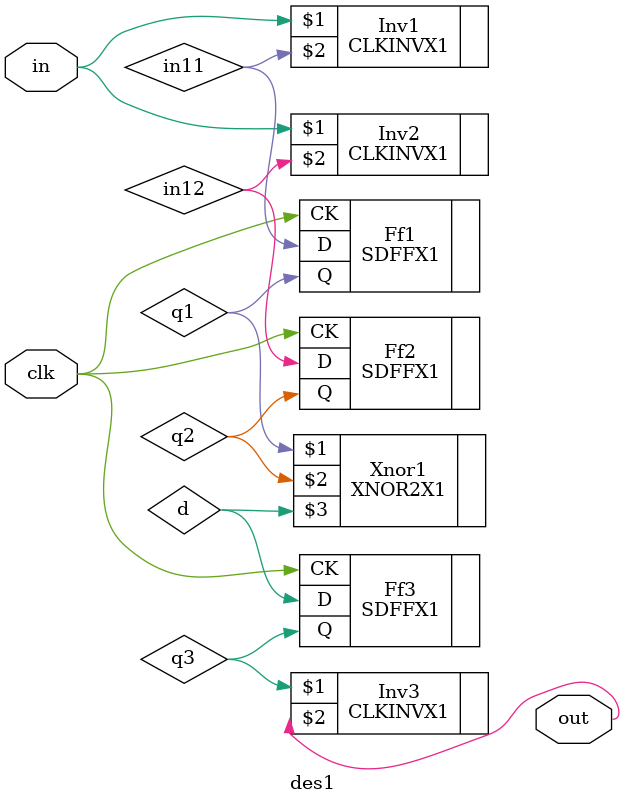
<source format=v>
/* Generated by Yosys 0.11+10 (git sha1 4871d8f19, clang 6.0.0-1ubuntu2 -fPIC -Os) */

(* top =  1  *)
(* src = "des1.v:1.1-23.10" *)
module des1(in, clk, out);
  (* src = "des1.v:1.29-1.32" *)
  input clk;
  (* src = "des1.v:9.46-9.47" *)
  wire d;
  (* src = "des1.v:1.19-1.21" *)
  input in;
  (* src = "des1.v:9.6-9.10" *)
  wire in11;
  (* src = "des1.v:9.17-9.21" *)
  wire in12;
  (* src = "des1.v:1.41-1.44" *)
  output out;
  (* src = "des1.v:9.28-9.30" *)
  wire q1;
  (* src = "des1.v:9.37-9.39" *)
  wire q2;
  (* src = "des1.v:9.54-9.56" *)
  wire q3;
  (* module_not_derived = 32'd1 *)
  (* src = "des1.v:14.8-14.39" *)
  SDFFX1 Ff1 (
    .CK(clk),
    .D(in11),
    .Q(q1)
  );
  (* module_not_derived = 32'd1 *)
  (* src = "des1.v:15.8-15.39" *)
  SDFFX1 Ff2 (
    .CK(clk),
    .D(in12),
    .Q(q2)
  );
  (* module_not_derived = 32'd1 *)
  (* src = "des1.v:18.8-18.36" *)
  SDFFX1 Ff3 (
    .CK(clk),
    .D(d),
    .Q(q3)
  );
  (* module_not_derived = 32'd1 *)
  (* src = "des1.v:11.10-11.24" *)
  CLKINVX1 Inv1 (
    in,
    in11
  );
  (* module_not_derived = 32'd1 *)
  (* src = "des1.v:12.10-12.24" *)
  CLKINVX1 Inv2 (
    in,
    in12
  );
  (* module_not_derived = 32'd1 *)
  (* src = "des1.v:20.10-20.23" *)
  CLKINVX1 Inv3 (
    q3,
    out
  );
  (* module_not_derived = 32'd1 *)
  (* src = "des1.v:17.9-17.23" *)
  XNOR2X1 Xnor1 (
    q1,
    q2,
    d
  );
endmodule

</source>
